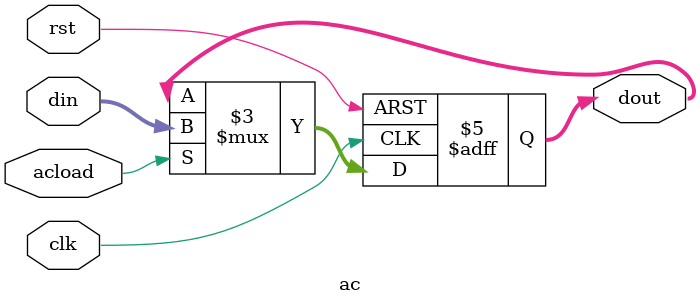
<source format=v>
/*AC通用寄存器，存储第一个操作数*/
/*输入din：数据输入；8位，来自于总线的低八位
   输入clk：时钟信号，进行时序控制；1位，来自qtsj.v的输出clk_choose；
   输入rst：复位信号，该位为1时系统正常工作，为0时系统复位；1位，来自控制器；
   输入rload：载入信号，该位为1时该部件工作，为0时该部件不工作；1位，来自控制器；
   输出dout：数据输出；8位，送往总线的低八位或算数逻辑单元的A端；
*/
module ac(din, clk, rst,acload, dout);
input[7:0] din;
input clk,rst,acload;

output [7:0]dout;
reg [7:0]dout;

always@(posedge clk or negedge rst)
if(!rst)
	dout<=0;
else if(acload)
	dout<=din;
endmodule

</source>
